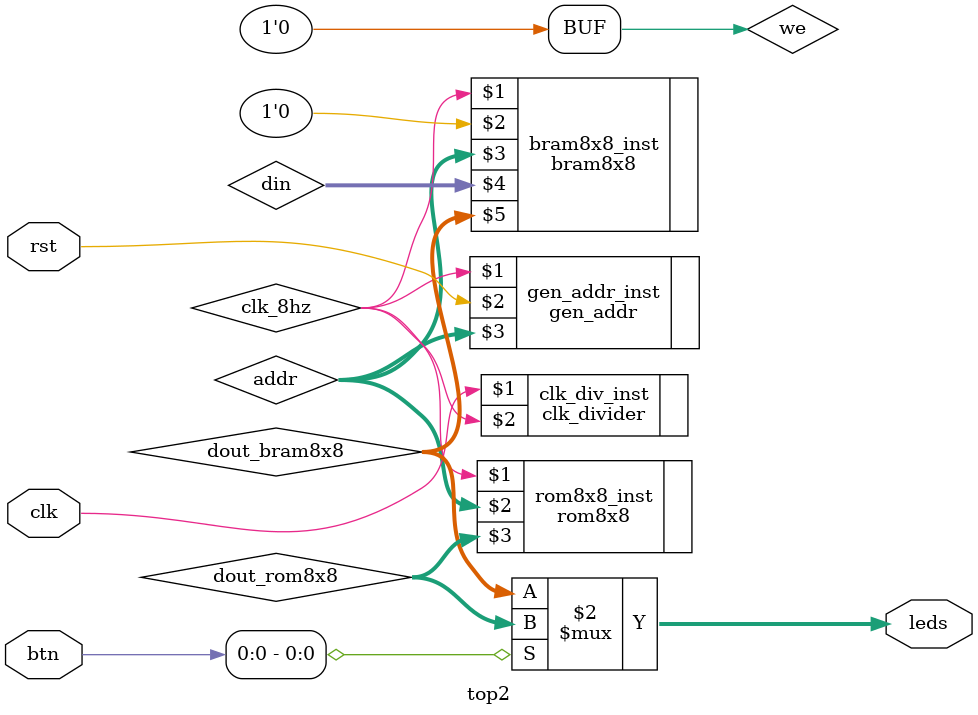
<source format=v>
module top2(input clk, input rst, input [2:0] btn, output [7:0] leds);

wire clk_8hz;
wire [2:0] addr;
wire [7:0] dout_rom8x8, dout_bram8x8;
wire [7:0] din;  
wire [0:0] we; 

clk_divider clk_div_inst (clk, clk_8hz);
gen_addr gen_addr_inst (clk_8hz, rst, addr); 
rom8x8 rom8x8_inst (clk_8hz, addr, dout_rom8x8);
bram8x8 bram8x8_inst (clk_8hz, we, addr, din, dout_bram8x8); 

assign leds = (btn[0]==1'b0)? dout_bram8x8 : dout_rom8x8;

assign we[0] = 1'b0; 


    

endmodule

</source>
